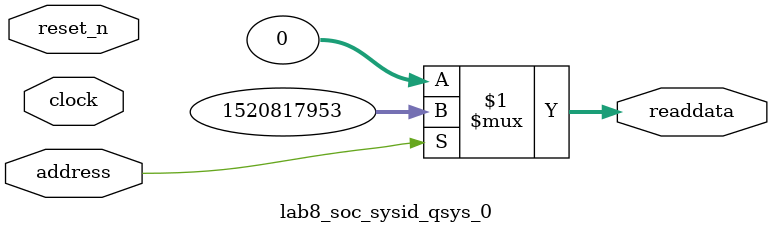
<source format=v>

`timescale 1ns / 1ps
// synthesis translate_on

// turn off superfluous verilog processor warnings 
// altera message_level Level1 
// altera message_off 10034 10035 10036 10037 10230 10240 10030 

module lab8_soc_sysid_qsys_0 (
               // inputs:
                address,
                clock,
                reset_n,

               // outputs:
                readdata
             )
;

  output  [ 31: 0] readdata;
  input            address;
  input            clock;
  input            reset_n;

  wire    [ 31: 0] readdata;
  //control_slave, which is an e_avalon_slave
  assign readdata = address ? 1520817953 : 0;

endmodule




</source>
